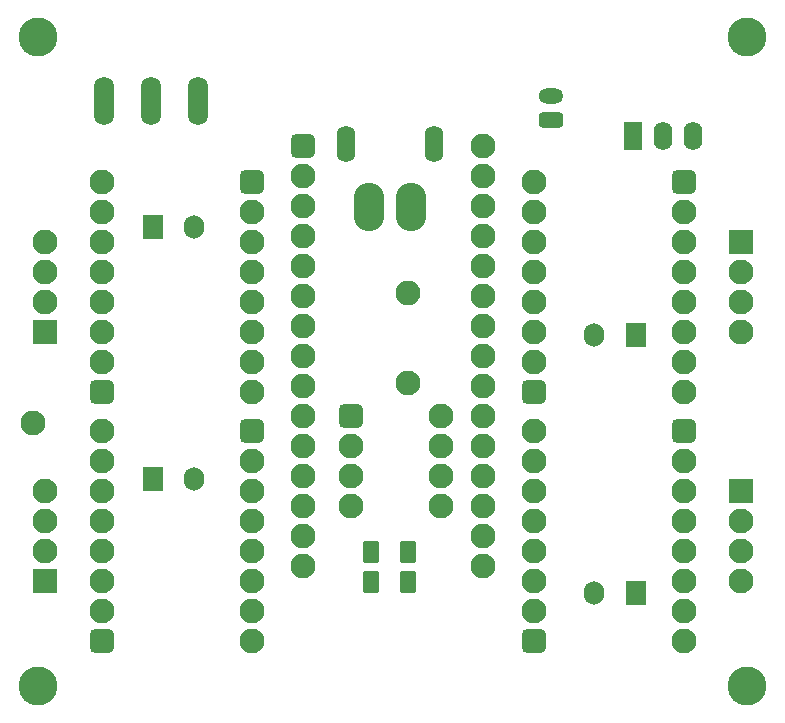
<source format=gbr>
%TF.GenerationSoftware,KiCad,Pcbnew,(6.0.0)*%
%TF.CreationDate,2022-05-13T11:51:57+02:00*%
%TF.ProjectId,Shield BR,53686965-6c64-4204-9252-2e6b69636164,rev?*%
%TF.SameCoordinates,Original*%
%TF.FileFunction,Soldermask,Top*%
%TF.FilePolarity,Negative*%
%FSLAX46Y46*%
G04 Gerber Fmt 4.6, Leading zero omitted, Abs format (unit mm)*
G04 Created by KiCad (PCBNEW (6.0.0)) date 2022-05-13 11:51:57*
%MOMM*%
%LPD*%
G01*
G04 APERTURE LIST*
G04 Aperture macros list*
%AMRoundRect*
0 Rectangle with rounded corners*
0 $1 Rounding radius*
0 $2 $3 $4 $5 $6 $7 $8 $9 X,Y pos of 4 corners*
0 Add a 4 corners polygon primitive as box body*
4,1,4,$2,$3,$4,$5,$6,$7,$8,$9,$2,$3,0*
0 Add four circle primitives for the rounded corners*
1,1,$1+$1,$2,$3*
1,1,$1+$1,$4,$5*
1,1,$1+$1,$6,$7*
1,1,$1+$1,$8,$9*
0 Add four rect primitives between the rounded corners*
20,1,$1+$1,$2,$3,$4,$5,0*
20,1,$1+$1,$4,$5,$6,$7,0*
20,1,$1+$1,$6,$7,$8,$9,0*
20,1,$1+$1,$8,$9,$2,$3,0*%
G04 Aperture macros list end*
%ADD10RoundRect,0.551000X-0.500000X-0.500000X0.500000X-0.500000X0.500000X0.500000X-0.500000X0.500000X0*%
%ADD11C,2.102000*%
%ADD12RoundRect,0.051000X1.000000X1.000000X-1.000000X1.000000X-1.000000X-1.000000X1.000000X-1.000000X0*%
%ADD13RoundRect,0.051000X-1.000000X-1.000000X1.000000X-1.000000X1.000000X1.000000X-1.000000X1.000000X0*%
%ADD14RoundRect,0.551000X0.500000X0.500000X-0.500000X0.500000X-0.500000X-0.500000X0.500000X-0.500000X0*%
%ADD15RoundRect,0.051000X-0.750000X-1.150000X0.750000X-1.150000X0.750000X1.150000X-0.750000X1.150000X0*%
%ADD16O,1.602000X2.402000*%
%ADD17O,1.702000X4.102000*%
%ADD18O,1.602000X3.102000*%
%ADD19O,2.602000X4.102000*%
%ADD20C,3.302000*%
%ADD21O,2.102000X2.102000*%
%ADD22RoundRect,0.051000X0.800000X1.000000X-0.800000X1.000000X-0.800000X-1.000000X0.800000X-1.000000X0*%
%ADD23O,1.702000X2.002000*%
%ADD24RoundRect,0.051000X-0.800000X-1.000000X0.800000X-1.000000X0.800000X1.000000X-0.800000X1.000000X0*%
%ADD25RoundRect,0.301000X0.412500X0.650000X-0.412500X0.650000X-0.412500X-0.650000X0.412500X-0.650000X0*%
%ADD26RoundRect,0.301000X0.750000X-0.350000X0.750000X0.350000X-0.750000X0.350000X-0.750000X-0.350000X0*%
%ADD27O,2.102000X1.302000*%
G04 APERTURE END LIST*
D10*
%TO.C,NUCLEO-F303K8T1*%
X103631500Y-75946000D03*
D11*
X103631500Y-78486000D03*
X103631500Y-81026000D03*
X103631500Y-83566000D03*
X103631500Y-86106000D03*
X103631500Y-88646000D03*
X103631500Y-91186000D03*
X103631500Y-93726000D03*
X103631500Y-96266000D03*
X103631500Y-98806000D03*
X103631500Y-101346000D03*
X103631500Y-103886000D03*
X103631500Y-106426000D03*
X103631500Y-108966000D03*
X103631500Y-111506000D03*
X118871500Y-75946000D03*
X118871500Y-78486000D03*
X118871500Y-81026000D03*
X118871500Y-83566000D03*
X118871500Y-86106000D03*
X118871500Y-88646000D03*
X118871500Y-91186000D03*
X118871500Y-93726000D03*
X118871500Y-96266000D03*
X118871500Y-98806000D03*
X118871500Y-101346000D03*
X118871500Y-103886000D03*
X118871500Y-106426000D03*
X118871500Y-108966000D03*
X118871500Y-111506000D03*
%TD*%
D12*
%TO.C,J2*%
X81788000Y-91694000D03*
D11*
X81788000Y-89154000D03*
X81788000Y-86614000D03*
X81788000Y-84074000D03*
%TD*%
D13*
%TO.C,J3*%
X140716000Y-84074000D03*
D11*
X140716000Y-86614000D03*
X140716000Y-89154000D03*
X140716000Y-91694000D03*
%TD*%
D13*
%TO.C,J5*%
X140716000Y-105156000D03*
D11*
X140716000Y-107696000D03*
X140716000Y-110236000D03*
X140716000Y-112776000D03*
%TD*%
D12*
%TO.C,J4*%
X81788000Y-112776000D03*
D11*
X81788000Y-110236000D03*
X81788000Y-107696000D03*
X81788000Y-105156000D03*
%TD*%
%TO.C,Driver1*%
X86614000Y-78994000D03*
X86614000Y-81534000D03*
X86614000Y-84074000D03*
X86614000Y-86614000D03*
X86614000Y-89154000D03*
X86614000Y-91694000D03*
X86614000Y-94234000D03*
D10*
X86614000Y-96774000D03*
X99314000Y-78994000D03*
D11*
X99314000Y-81534000D03*
X99314000Y-84074000D03*
X99314000Y-86614000D03*
X99314000Y-89154000D03*
X99314000Y-91694000D03*
X99314000Y-94234000D03*
X99314000Y-96774000D03*
%TD*%
%TO.C,Driver2*%
X135890000Y-96774000D03*
X135890000Y-94234000D03*
X135890000Y-91694000D03*
X135890000Y-89154000D03*
X135890000Y-86614000D03*
X135890000Y-84074000D03*
X135890000Y-81534000D03*
D14*
X135890000Y-78994000D03*
X123190000Y-96774000D03*
D11*
X123190000Y-94234000D03*
X123190000Y-91694000D03*
X123190000Y-89154000D03*
X123190000Y-86614000D03*
X123190000Y-84074000D03*
X123190000Y-81534000D03*
X123190000Y-78994000D03*
%TD*%
%TO.C,Driver4*%
X135890000Y-117856000D03*
X135890000Y-115316000D03*
X135890000Y-112776000D03*
X135890000Y-110236000D03*
X135890000Y-107696000D03*
X135890000Y-105156000D03*
X135890000Y-102616000D03*
D14*
X135890000Y-100076000D03*
X123190000Y-117856000D03*
D11*
X123190000Y-115316000D03*
X123190000Y-112776000D03*
X123190000Y-110236000D03*
X123190000Y-107696000D03*
X123190000Y-105156000D03*
X123190000Y-102616000D03*
X123190000Y-100076000D03*
%TD*%
%TO.C,Driver3*%
X86614000Y-100076000D03*
X86614000Y-102616000D03*
X86614000Y-105156000D03*
X86614000Y-107696000D03*
X86614000Y-110236000D03*
X86614000Y-112776000D03*
X86614000Y-115316000D03*
D10*
X86614000Y-117856000D03*
X99314000Y-100076000D03*
D11*
X99314000Y-102616000D03*
X99314000Y-105156000D03*
X99314000Y-107696000D03*
X99314000Y-110236000D03*
X99314000Y-112776000D03*
X99314000Y-115316000D03*
X99314000Y-117856000D03*
%TD*%
D15*
%TO.C,U1*%
X131571500Y-75105500D03*
D16*
X134111500Y-75105500D03*
X136651500Y-75105500D03*
%TD*%
D17*
%TO.C,SW1*%
X94804500Y-72136000D03*
X90804500Y-72136000D03*
X86804500Y-72136000D03*
%TD*%
D18*
%TO.C,J1*%
X114725500Y-75815301D03*
X107325500Y-75815301D03*
D19*
X109275500Y-81115301D03*
X112775500Y-81115301D03*
%TD*%
D20*
%TO.C,H2*%
X81251500Y-66726000D03*
%TD*%
%TO.C,H1*%
X141251500Y-66726000D03*
%TD*%
%TO.C,H4*%
X141251500Y-121726000D03*
%TD*%
%TO.C,H3*%
X81251500Y-121726000D03*
%TD*%
D11*
%TO.C,R_CAN1*%
X112521500Y-96012000D03*
D21*
X112521500Y-88392000D03*
%TD*%
D22*
%TO.C,C8*%
X131825500Y-91948000D03*
D23*
X128325500Y-91948000D03*
%TD*%
D22*
%TO.C,C6*%
X131825500Y-113792000D03*
D23*
X128325500Y-113792000D03*
%TD*%
D24*
%TO.C,C9*%
X90931500Y-104140000D03*
D23*
X94431500Y-104140000D03*
%TD*%
D11*
%TO.C,TP11*%
X80771500Y-99441000D03*
%TD*%
D25*
%TO.C,C2*%
X112560000Y-110363000D03*
X109435000Y-110363000D03*
%TD*%
D26*
%TO.C,J5-CAN1*%
X124671500Y-73771000D03*
D27*
X124671500Y-71771000D03*
%TD*%
D24*
%TO.C,C7*%
X90931500Y-82804000D03*
D23*
X94431500Y-82804000D03*
%TD*%
D10*
%TO.C,U2*%
X107695500Y-98806000D03*
D11*
X107695500Y-101346000D03*
X107695500Y-103886000D03*
X107695500Y-106426000D03*
X115315500Y-106426000D03*
X115315500Y-103886000D03*
X115315500Y-101346000D03*
X115315500Y-98806000D03*
%TD*%
D25*
%TO.C,C1*%
X112560000Y-112903000D03*
X109435000Y-112903000D03*
%TD*%
M02*

</source>
